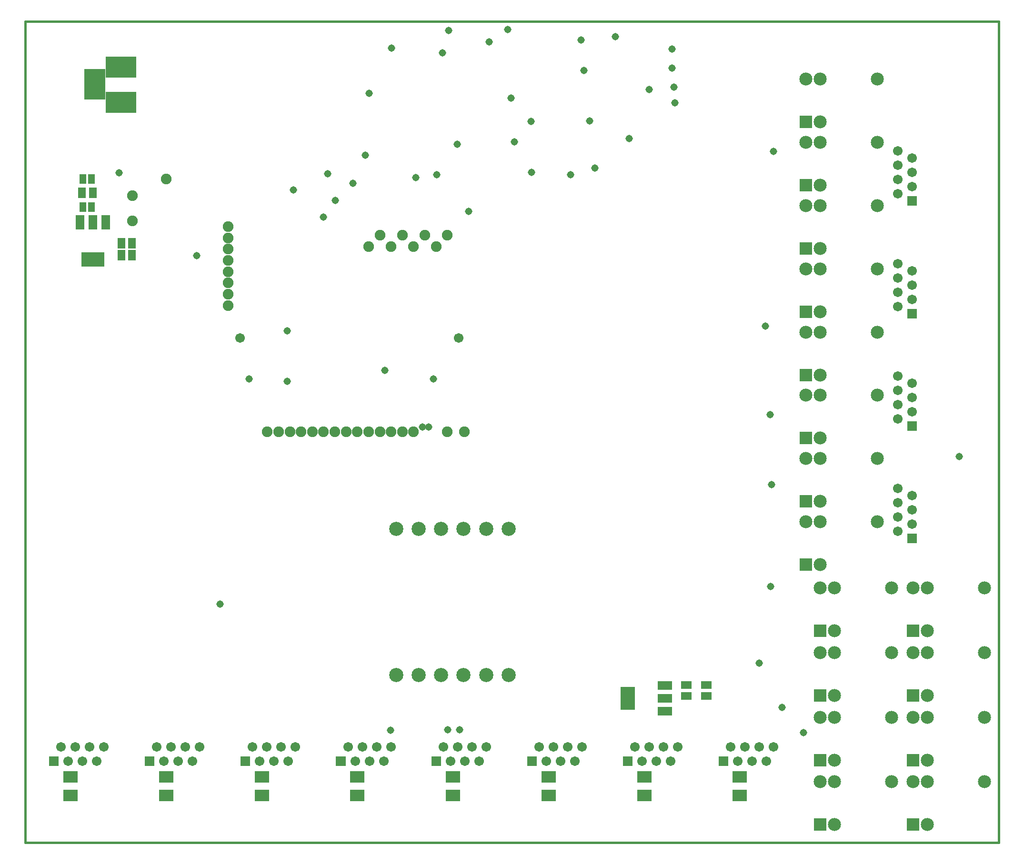
<source format=gbs>
G04 (created by PCBNEW-RS274X (2010-05-05 BZR 2356)-stable) date 04/02/2012 09:10:17*
G01*
G70*
G90*
%MOIN*%
G04 Gerber Fmt 3.4, Leading zero omitted, Abs format*
%FSLAX34Y34*%
G04 APERTURE LIST*
%ADD10C,0.006000*%
%ADD11C,0.015000*%
%ADD12C,0.075000*%
%ADD13R,0.045000X0.065000*%
%ADD14R,0.055000X0.075000*%
%ADD15R,0.075000X0.055000*%
%ADD16R,0.164000X0.100000*%
%ADD17R,0.060000X0.100000*%
%ADD18R,0.100000X0.164000*%
%ADD19R,0.100000X0.060000*%
%ADD20R,0.100000X0.080000*%
%ADD21R,0.216900X0.146000*%
%ADD22R,0.146000X0.216900*%
%ADD23R,0.090900X0.090900*%
%ADD24C,0.090900*%
%ADD25R,0.067200X0.067200*%
%ADD26C,0.067200*%
%ADD27C,0.098700*%
%ADD28C,0.051500*%
G04 APERTURE END LIST*
G54D10*
G54D11*
X25984Y-68110D02*
X26378Y-68110D01*
X25984Y-10630D02*
X25984Y-68110D01*
X27165Y-10630D02*
X25984Y-10630D01*
X94094Y-10630D02*
X27165Y-10630D01*
X94094Y-68110D02*
X94094Y-10630D01*
X26378Y-68110D02*
X94094Y-68110D01*
G54D12*
X35827Y-21654D03*
X33465Y-24606D03*
X33465Y-22835D03*
G54D13*
X30015Y-21654D03*
X30615Y-21654D03*
X30015Y-23622D03*
X30615Y-23622D03*
G54D14*
X33446Y-26988D03*
X32696Y-26988D03*
X33446Y-26161D03*
X32696Y-26161D03*
X29940Y-22638D03*
X30690Y-22638D03*
G54D15*
X72244Y-57855D03*
X72244Y-57105D03*
X73622Y-57855D03*
X73622Y-57105D03*
G54D16*
X30709Y-27284D03*
G54D17*
X30709Y-24684D03*
X31609Y-24684D03*
X29809Y-24684D03*
G54D18*
X68149Y-58031D03*
G54D19*
X70749Y-58031D03*
X70749Y-58931D03*
X70749Y-57131D03*
G54D12*
X56693Y-39370D03*
X55512Y-39370D03*
X49213Y-39370D03*
X50000Y-39370D03*
X50787Y-39370D03*
X51575Y-39370D03*
X52362Y-39370D03*
X53150Y-39370D03*
X55512Y-25591D03*
X53937Y-25591D03*
X52362Y-25591D03*
X50787Y-25591D03*
X54724Y-26378D03*
X53150Y-26378D03*
X51575Y-26378D03*
X50000Y-26378D03*
X42913Y-39370D03*
X43701Y-39370D03*
X44488Y-39370D03*
X45276Y-39370D03*
X46063Y-39370D03*
X46850Y-39370D03*
X47638Y-39370D03*
X48425Y-39370D03*
X40157Y-25000D03*
X40157Y-25787D03*
X40157Y-26575D03*
X40157Y-27362D03*
X40157Y-28149D03*
X40157Y-28937D03*
X40157Y-29724D03*
X40157Y-30512D03*
G54D20*
X75984Y-64823D03*
X75984Y-63523D03*
X69291Y-64823D03*
X69291Y-63523D03*
X62598Y-64823D03*
X62598Y-63523D03*
X55905Y-64823D03*
X55905Y-63523D03*
X49213Y-64823D03*
X49213Y-63523D03*
X42520Y-64823D03*
X42520Y-63523D03*
X35827Y-64823D03*
X35827Y-63523D03*
X29134Y-64823D03*
X29134Y-63523D03*
G54D21*
X32677Y-13842D03*
X32677Y-16283D03*
G54D22*
X30827Y-15024D03*
G54D23*
X80607Y-17661D03*
G54D24*
X81607Y-17661D03*
X85607Y-14661D03*
X81607Y-14661D03*
X80607Y-14661D03*
G54D23*
X80607Y-22090D03*
G54D24*
X81607Y-22090D03*
X85607Y-19090D03*
X81607Y-19090D03*
X80607Y-19090D03*
G54D23*
X80607Y-26519D03*
G54D24*
X81607Y-26519D03*
X85607Y-23519D03*
X81607Y-23519D03*
X80607Y-23519D03*
G54D23*
X80607Y-30948D03*
G54D24*
X81607Y-30948D03*
X85607Y-27948D03*
X81607Y-27948D03*
X80607Y-27948D03*
G54D23*
X80607Y-35378D03*
G54D24*
X81607Y-35378D03*
X85607Y-32378D03*
X81607Y-32378D03*
X80607Y-32378D03*
G54D23*
X80607Y-39807D03*
G54D24*
X81607Y-39807D03*
X85607Y-36807D03*
X81607Y-36807D03*
X80607Y-36807D03*
G54D23*
X80607Y-44236D03*
G54D24*
X81607Y-44236D03*
X85607Y-41236D03*
X81607Y-41236D03*
X80607Y-41236D03*
G54D23*
X80607Y-48665D03*
G54D24*
X81607Y-48665D03*
X85607Y-45665D03*
X81607Y-45665D03*
X80607Y-45665D03*
G54D23*
X81591Y-53292D03*
G54D24*
X82591Y-53292D03*
X86591Y-50292D03*
X82591Y-50292D03*
X81591Y-50292D03*
G54D23*
X88087Y-53292D03*
G54D24*
X89087Y-53292D03*
X93087Y-50292D03*
X89087Y-50292D03*
X88087Y-50292D03*
G54D23*
X81591Y-57819D03*
G54D24*
X82591Y-57819D03*
X86591Y-54819D03*
X82591Y-54819D03*
X81591Y-54819D03*
G54D23*
X88087Y-57819D03*
G54D24*
X89087Y-57819D03*
X93087Y-54819D03*
X89087Y-54819D03*
X88087Y-54819D03*
G54D23*
X81591Y-62347D03*
G54D24*
X82591Y-62347D03*
X86591Y-59347D03*
X82591Y-59347D03*
X81591Y-59347D03*
G54D23*
X88087Y-62347D03*
G54D24*
X89087Y-62347D03*
X93087Y-59347D03*
X89087Y-59347D03*
X88087Y-59347D03*
G54D23*
X81591Y-66874D03*
G54D24*
X82591Y-66874D03*
X86591Y-63874D03*
X82591Y-63874D03*
X81591Y-63874D03*
G54D23*
X88087Y-66874D03*
G54D24*
X89087Y-66874D03*
X93087Y-63874D03*
X89087Y-63874D03*
X88087Y-63874D03*
G54D25*
X88028Y-23207D03*
G54D26*
X87028Y-22707D03*
X88028Y-22207D03*
X87028Y-21707D03*
X88028Y-21207D03*
X87028Y-20707D03*
X88028Y-20207D03*
X87028Y-19707D03*
G54D25*
X88028Y-31081D03*
G54D26*
X87028Y-30581D03*
X88028Y-30081D03*
X87028Y-29581D03*
X88028Y-29081D03*
X87028Y-28581D03*
X88028Y-28081D03*
X87028Y-27581D03*
G54D25*
X88028Y-38955D03*
G54D26*
X87028Y-38455D03*
X88028Y-37955D03*
X87028Y-37455D03*
X88028Y-36955D03*
X87028Y-36455D03*
X88028Y-35955D03*
X87028Y-35455D03*
G54D25*
X88028Y-46829D03*
G54D26*
X87028Y-46329D03*
X88028Y-45829D03*
X87028Y-45329D03*
X88028Y-44829D03*
X87028Y-44329D03*
X88028Y-43829D03*
X87028Y-43329D03*
G54D25*
X74825Y-62438D03*
G54D26*
X75325Y-61438D03*
X75825Y-62438D03*
X76325Y-61438D03*
X76825Y-62438D03*
X77325Y-61438D03*
X77825Y-62438D03*
X78325Y-61438D03*
G54D25*
X68132Y-62438D03*
G54D26*
X68632Y-61438D03*
X69132Y-62438D03*
X69632Y-61438D03*
X70132Y-62438D03*
X70632Y-61438D03*
X71132Y-62438D03*
X71632Y-61438D03*
G54D25*
X61439Y-62438D03*
G54D26*
X61939Y-61438D03*
X62439Y-62438D03*
X62939Y-61438D03*
X63439Y-62438D03*
X63939Y-61438D03*
X64439Y-62438D03*
X64939Y-61438D03*
G54D25*
X54746Y-62438D03*
G54D26*
X55246Y-61438D03*
X55746Y-62438D03*
X56246Y-61438D03*
X56746Y-62438D03*
X57246Y-61438D03*
X57746Y-62438D03*
X58246Y-61438D03*
G54D10*
G36*
X27638Y-62774D02*
X27638Y-62102D01*
X28310Y-62102D01*
X28310Y-62774D01*
X27638Y-62774D01*
X27638Y-62774D01*
G37*
G54D26*
X28474Y-61438D03*
X28974Y-62438D03*
X29474Y-61438D03*
X29974Y-62438D03*
X30474Y-61438D03*
X30974Y-62438D03*
X31474Y-61438D03*
G54D10*
G36*
X34331Y-62774D02*
X34331Y-62102D01*
X35003Y-62102D01*
X35003Y-62774D01*
X34331Y-62774D01*
X34331Y-62774D01*
G37*
G54D26*
X35167Y-61438D03*
X35667Y-62438D03*
X36167Y-61438D03*
X36667Y-62438D03*
X37167Y-61438D03*
X37667Y-62438D03*
X38167Y-61438D03*
G54D10*
G36*
X41024Y-62774D02*
X41024Y-62102D01*
X41696Y-62102D01*
X41696Y-62774D01*
X41024Y-62774D01*
X41024Y-62774D01*
G37*
G54D26*
X41860Y-61438D03*
X42360Y-62438D03*
X42860Y-61438D03*
X43360Y-62438D03*
X43860Y-61438D03*
X44360Y-62438D03*
X44860Y-61438D03*
G54D10*
G36*
X47717Y-62774D02*
X47717Y-62102D01*
X48389Y-62102D01*
X48389Y-62774D01*
X47717Y-62774D01*
X47717Y-62774D01*
G37*
G54D26*
X48553Y-61438D03*
X49053Y-62438D03*
X49553Y-61438D03*
X50053Y-62438D03*
X50553Y-61438D03*
X51053Y-62438D03*
X51553Y-61438D03*
X40992Y-32779D03*
X56307Y-32779D03*
G54D27*
X59795Y-56406D03*
X58220Y-56406D03*
X56645Y-56406D03*
X55070Y-56406D03*
X53496Y-56406D03*
X51921Y-56406D03*
X51921Y-46169D03*
X53496Y-46169D03*
X55070Y-46169D03*
X56645Y-46169D03*
X58220Y-46169D03*
X59795Y-46169D03*
G54D28*
X80433Y-60433D03*
X44724Y-22441D03*
X48898Y-21968D03*
X61378Y-17618D03*
X56201Y-19213D03*
X65472Y-17598D03*
X37953Y-27028D03*
X57008Y-23937D03*
X65846Y-20886D03*
X65059Y-14075D03*
X32539Y-21220D03*
X51614Y-12500D03*
X51142Y-35059D03*
X41634Y-35650D03*
X54212Y-39016D03*
X51527Y-60256D03*
X53779Y-39016D03*
X55527Y-60228D03*
X56358Y-60224D03*
X50020Y-15669D03*
X49764Y-20000D03*
X39606Y-51417D03*
X91319Y-41102D03*
X78189Y-43071D03*
X68228Y-18819D03*
X69646Y-15394D03*
X60197Y-19055D03*
X47146Y-21279D03*
X59961Y-15984D03*
X54527Y-35669D03*
X46842Y-24323D03*
X47673Y-23173D03*
X44291Y-32283D03*
X44291Y-35827D03*
X77323Y-55551D03*
X78149Y-50197D03*
X78110Y-38150D03*
X78346Y-19724D03*
X77756Y-31968D03*
X78937Y-58661D03*
X59744Y-11181D03*
X58425Y-12067D03*
X55157Y-12815D03*
X55610Y-11260D03*
X71240Y-13898D03*
X61398Y-21181D03*
X64862Y-11929D03*
X67283Y-11693D03*
X71378Y-15217D03*
X54783Y-21358D03*
X71220Y-12559D03*
X64134Y-21358D03*
X71437Y-16319D03*
X53307Y-21555D03*
M02*

</source>
